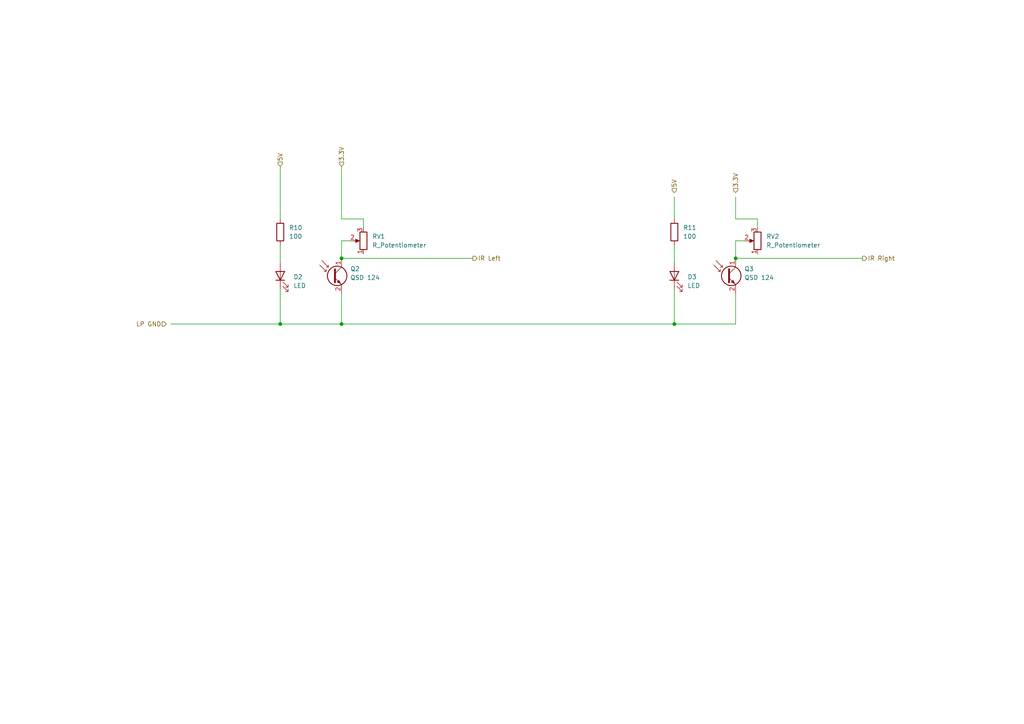
<source format=kicad_sch>
(kicad_sch (version 20230121) (generator eeschema)
  (paper "A4")
  (lib_symbols
    (symbol "Device:LED" (pin_numbers hide) (pin_names (offset 1.016) hide)
      (property "Reference" "D" (at 0 2.54 0))
      (property "Value" "LED" (at 0 -2.54 0))
      (symbol "LED_0_1"
        (polyline (pts (xy -1.27 -1.27) (xy -1.27 1.27)) (stroke (width 0.254)))
        (polyline (pts (xy -1.27 0) (xy 1.27 0)))
        (polyline (pts (xy 1.27 -1.27) (xy 1.27 1.27) (xy -1.27 0) (xy 1.27 -1.27)) (stroke (width 0.254)))
        (polyline (pts (xy -3.048 -0.762) (xy -4.572 -2.286) (xy -3.81 -2.286) (xy -4.572 -2.286) (xy -4.572 -1.524)))
        (polyline (pts (xy -1.778 -0.762) (xy -3.302 -2.286) (xy -2.54 -2.286) (xy -3.302 -2.286) (xy -3.302 -1.524)))
      )
      (symbol "LED_1_1"
        (pin passive line (at -3.81 0 0) (length 2.54) (name "K") (number "1"))
        (pin passive line (at 3.81 0 180) (length 2.54) (name "A") (number "2"))
      )
    )
    (symbol "Device:R" (pin_numbers hide) (pin_names (offset 0))
      (property "Reference" "R" (at 2.032 0 90))
      (property "Value" "R" (at 0 0 90))
      (symbol "R_0_1"
        (rectangle (start -1.016 -2.54) (end 1.016 2.54) (stroke (width 0.254)))
      )
      (symbol "R_1_1"
        (pin passive line (at 0 3.81 270) (length 1.27) (name "~") (number "1"))
        (pin passive line (at 0 -3.81 90) (length 1.27) (name "~") (number "2"))
      )
    )
    (symbol "Device:R_Potentiometer" (pin_names (offset 1.016) hide)
      (property "Reference" "RV" (at -4.445 0 90))
      (property "Value" "R_Potentiometer" (at -2.54 0 90))
      (symbol "R_Potentiometer_0_1"
        (polyline (pts (xy 2.54 0) (xy 1.524 0)))
        (polyline (pts (xy 1.143 0) (xy 2.286 0.508) (xy 2.286 -0.508) (xy 1.143 0)) (fill (type outline)))
        (rectangle (start 1.016 2.54) (end -1.016 -2.54) (stroke (width 0.254)))
      )
      (symbol "R_Potentiometer_1_1"
        (pin passive line (at 0 3.81 270) (length 1.27) (name "1") (number "1"))
        (pin passive line (at 3.81 0 180) (length 1.27) (name "2") (number "2"))
        (pin passive line (at 0 -3.81 90) (length 1.27) (name "3") (number "3"))
      )
    )
    (symbol "Sensor_Optical:BP103B" (pin_names (offset 0) hide)
      (property "Reference" "Q" (at 5.08 1.27 0))
      (property "Value" "BP103B" (at 5.08 -1.27 0))
      (symbol "BP103B_0_1"
        (polyline (pts (xy -1.905 1.27) (xy -2.54 1.27)))
        (polyline (pts (xy -1.27 2.54) (xy -1.905 2.54)))
        (polyline (pts (xy 0.635 0.635) (xy 2.54 2.54)))
        (polyline (pts (xy -3.81 3.175) (xy -1.905 1.27) (xy -1.905 1.905)))
        (polyline (pts (xy -3.175 4.445) (xy -1.27 2.54) (xy -1.27 3.175)))
        (polyline (pts (xy 0.635 -0.635) (xy 2.54 -2.54) (xy 2.54 -2.54)))
        (polyline (pts (xy 0.635 1.905) (xy 0.635 -1.905) (xy 0.635 -1.905)) (stroke (width 0.508)))
        (polyline (pts (xy 1.27 -1.778) (xy 1.778 -1.27) (xy 2.286 -2.286) (xy 1.27 -1.778) (xy 1.27 -1.778)) (fill (type outline)))
        (circle (center 1.27 0) (radius 2.8194) (stroke (width 0.254)))
      )
      (symbol "BP103B_1_1"
        (pin passive line (at 2.54 5.08 270) (length 2.54) (name "C") (number "1"))
        (pin passive line (at 2.54 -5.08 90) (length 2.54) (name "E") (number "2"))
      )
    )
  )
  (junction (at 99.06 74.93))
  (junction (at 81.28 93.98))
  (junction (at 99.06 93.98))
  (junction (at 195.58 93.98))
  (junction (at 213.36 74.93))
  (wire (pts (xy 195.58 71.12) (xy 195.58 76.2)))
  (wire (pts (xy 81.28 93.98) (xy 99.06 93.98)))
  (wire (pts (xy 81.28 48.26) (xy 81.28 63.5)))
  (wire (pts (xy 213.36 57.15) (xy 213.36 63.5)))
  (wire (pts (xy 213.36 69.85) (xy 213.36 74.93)))
  (wire (pts (xy 99.06 48.26) (xy 99.06 63.5)))
  (wire (pts (xy 81.28 71.12) (xy 81.28 76.2)))
  (wire (pts (xy 99.06 69.85) (xy 99.06 74.93)))
  (wire (pts (xy 99.06 93.98) (xy 99.06 85.09)))
  (wire (pts (xy 81.28 93.98) (xy 81.28 83.82)))
  (wire (pts (xy 213.36 69.85) (xy 215.9 69.85)))
  (wire (pts (xy 195.58 93.98) (xy 213.36 93.98)))
  (wire (pts (xy 99.06 69.85) (xy 101.6 69.85)))
  (wire (pts (xy 213.36 74.93) (xy 250.19 74.93)))
  (wire (pts (xy 99.06 63.5) (xy 105.41 63.5)))
  (wire (pts (xy 105.41 63.5) (xy 105.41 66.04)))
  (wire (pts (xy 213.36 93.98) (xy 213.36 85.09)))
  (wire (pts (xy 99.06 93.98) (xy 195.58 93.98)))
  (wire (pts (xy 213.36 63.5) (xy 219.71 63.5)))
  (wire (pts (xy 49.53 93.98) (xy 81.28 93.98)))
  (wire (pts (xy 99.06 74.93) (xy 137.16 74.93)))
  (wire (pts (xy 195.58 93.98) (xy 195.58 83.82)))
  (wire (pts (xy 219.71 63.5) (xy 219.71 66.04)))
  (wire (pts (xy 195.58 57.15) (xy 195.58 63.5)))
  (hierarchical_label "5V" (shape input) (at 81.28 48.26 90))
  (hierarchical_label "5V" (shape input) (at 195.58 55.88 90))
  (hierarchical_label "IR Right" (shape output) (at 250.19 74.93 0))
  (hierarchical_label "LP GND" (shape input) (at 48.26 93.98 180))
  (hierarchical_label "IR Left" (shape output) (at 137.16 74.93 0))
  (hierarchical_label "3.3V" (shape input) (at 213.36 55.88 90))
  (hierarchical_label "3.3V" (shape input) (at 99.06 48.26 90))
  (symbol (lib_id "Device:R_Potentiometer") (at 219.71 69.85 180) (unit 1)
    (property "Reference" "RV2" (at 222.25 68.5799 0) (effects (justify right)))
    (property "Value" "R_Potentiometer" (at 222.25 71.1199 0) (effects (justify right)))
    (property "Footprint" "Potentiometer_THT:Potentiometer_Bourns_3386C_Horizontal" (effects hide))
  )
  (symbol (lib_id "Device:R_Potentiometer") (at 105.41 69.85 180) (unit 1)
    (property "Reference" "RV1" (at 107.95 68.5799 0) (effects (justify right)))
    (property "Value" "R_Potentiometer" (at 107.95 71.1199 0) (effects (justify right)))
    (property "Footprint" "Potentiometer_THT:Potentiometer_Bourns_3386C_Horizontal" (effects hide))
  )
  (symbol (lib_id "Device:LED") (at 81.28 80.01 90) (unit 1)
    (property "Reference" "D2" (at 85.09 80.3274 90) (effects (justify right)))
    (property "Value" "LED" (at 85.09 82.8674 90) (effects (justify right)))
    (property "Footprint" "LED_THT:LED_D5.0mm_Horizontal_O1.27mm_Z3.0mm_IRBlack" (effects hide))
  )
  (symbol (lib_id "Sensor_Optical:BP103B") (at 210.82 80.01 0) (unit 1)
    (property "Reference" "Q3" (at 215.9 77.9906 0) (effects (justify left)))
    (property "Value" "QSD 124" (at 215.9 80.5306 0) (effects (justify left)))
    (property "Footprint" "LED_THT:LED_D5.0mm_Clear" (effects hide))
    (property "Datasheet" "http://www.b-kainka.de/Daten/Sensor/bp103bf.pdf" (effects hide))
  )
  (symbol (lib_id "Device:R") (at 195.58 67.31 180) (unit 1)
    (property "Reference" "R11" (at 198.12 66.0399 0) (effects (justify right)))
    (property "Value" "100" (at 198.12 68.5799 0) (effects (justify right)))
    (property "Footprint" "Resistor_THT:R_Axial_DIN0204_L3.6mm_D1.6mm_P2.54mm_Vertical" (effects hide))
  )
  (symbol (lib_id "Device:R") (at 81.28 67.31 180) (unit 1)
    (property "Reference" "R10" (at 83.82 66.0399 0) (effects (justify right)))
    (property "Value" "100" (at 83.82 68.5799 0) (effects (justify right)))
    (property "Footprint" "Resistor_THT:R_Axial_DIN0204_L3.6mm_D1.6mm_P2.54mm_Vertical" (effects hide))
  )
  (symbol (lib_id "Device:LED") (at 195.58 80.01 90) (unit 1)
    (property "Reference" "D3" (at 199.39 80.3274 90) (effects (justify right)))
    (property "Value" "LED" (at 199.39 82.8674 90) (effects (justify right)))
    (property "Footprint" "LED_THT:LED_D5.0mm_Horizontal_O1.27mm_Z3.0mm_IRBlack" (effects hide))
  )
  (symbol (lib_id "Sensor_Optical:BP103B") (at 96.52 80.01 0) (unit 1)
    (property "Reference" "Q2" (at 101.6 77.9906 0) (effects (justify left)))
    (property "Value" "QSD 124" (at 101.6 80.5306 0) (effects (justify left)))
    (property "Footprint" "LED_THT:LED_D5.0mm_Clear" (effects hide))
    (property "Datasheet" "http://www.b-kainka.de/Daten/Sensor/bp103bf.pdf" (effects hide))
  )
)
</source>
